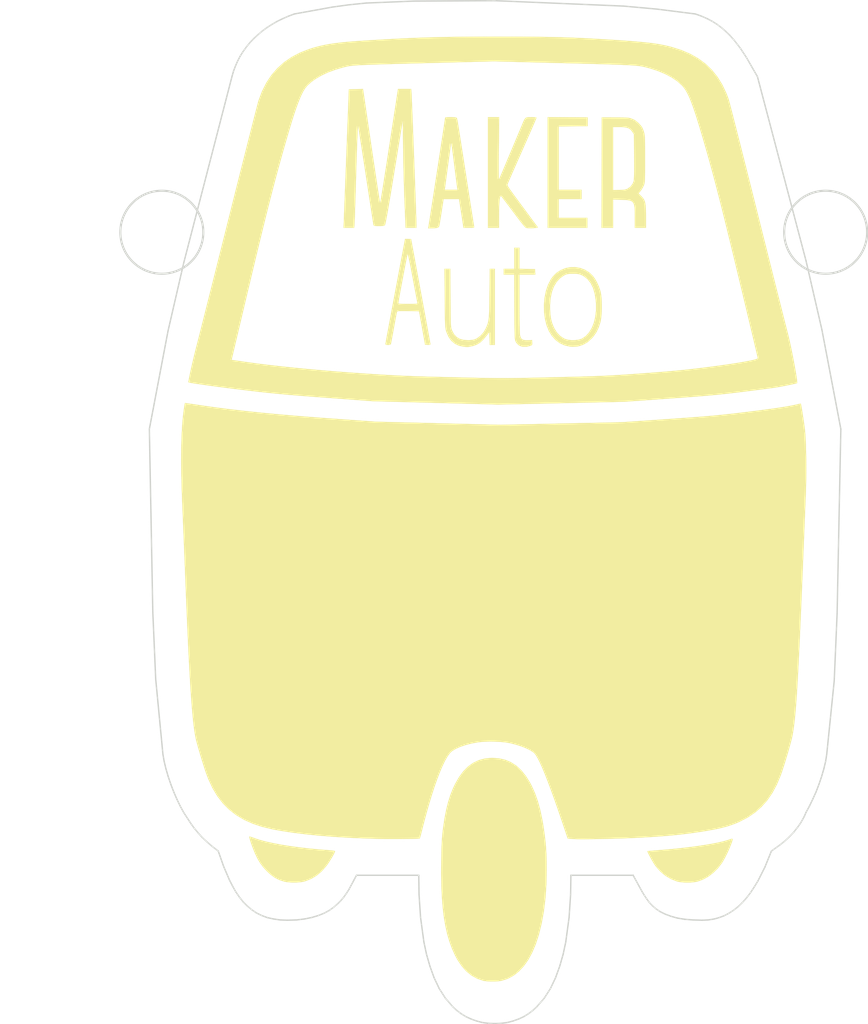
<source format=kicad_pcb>
(kicad_pcb (version 4) (host pcbnew 4.1.0-alpha+201608101232+7015~46~ubuntu16.04.1-product)

  (general
    (links 0)
    (no_connects 0)
    (area -23.951501 -38.584401 26.148501 35.445601)
    (thickness 1.6)
    (drawings 172)
    (tracks 0)
    (zones 0)
    (modules 2)
    (nets 1)
  )

  (page A4)
  (layers
    (0 F.Cu signal)
    (31 B.Cu signal)
    (32 B.Adhes user)
    (33 F.Adhes user)
    (34 B.Paste user)
    (35 F.Paste user)
    (36 B.SilkS user)
    (37 F.SilkS user)
    (38 B.Mask user)
    (39 F.Mask user)
    (40 Dwgs.User user)
    (41 Cmts.User user)
    (42 Eco1.User user)
    (43 Eco2.User user)
    (44 Edge.Cuts user)
    (45 Margin user)
    (46 B.CrtYd user)
    (47 F.CrtYd user)
    (48 B.Fab user)
    (49 F.Fab user)
  )

  (setup
    (last_trace_width 0.25)
    (trace_clearance 0.2)
    (zone_clearance 0.508)
    (zone_45_only no)
    (trace_min 0.2)
    (segment_width 0.2)
    (edge_width 0.15)
    (via_size 0.8)
    (via_drill 0.4)
    (via_min_size 0.4)
    (via_min_drill 0.3)
    (uvia_size 0.3)
    (uvia_drill 0.1)
    (uvias_allowed no)
    (uvia_min_size 0.2)
    (uvia_min_drill 0.1)
    (pcb_text_width 0.3)
    (pcb_text_size 1.5 1.5)
    (mod_edge_width 0.15)
    (mod_text_size 1 1)
    (mod_text_width 0.15)
    (pad_size 1.524 1.524)
    (pad_drill 0.762)
    (pad_to_mask_clearance 0.2)
    (aux_axis_origin 0 0)
    (visible_elements FFFFFF7F)
    (pcbplotparams
      (layerselection 0x00030_ffffffff)
      (usegerberextensions false)
      (excludeedgelayer true)
      (linewidth 0.050800)
      (plotframeref false)
      (viasonmask false)
      (mode 1)
      (useauxorigin false)
      (hpglpennumber 1)
      (hpglpenspeed 20)
      (hpglpendiameter 15)
      (psnegative false)
      (psa4output false)
      (plotreference true)
      (plotvalue true)
      (plotinvisibletext false)
      (padsonsilk false)
      (subtractmaskfromsilk false)
      (outputformat 1)
      (mirror false)
      (drillshape 1)
      (scaleselection 1)
      (outputdirectory ""))
  )

  (net 0 "")

  (net_class Default "This is the default net class."
    (clearance 0.2)
    (trace_width 0.25)
    (via_dia 0.8)
    (via_drill 0.4)
    (uvia_dia 0.3)
    (uvia_drill 0.1)
  )

  (module makerauto:ma_silk (layer F.Cu) (tedit 0) (tstamp 57AC5F50)
    (at -32.9 9.6)
    (fp_text reference G*** (at 0 0) (layer F.SilkS) hide
      (effects (font (thickness 0.3)))
    )
    (fp_text value LOGO (at 0.75 0) (layer F.SilkS) hide
      (effects (font (thickness 0.3)))
    )
  )

  (module makerauto:ma_silk (layer F.Cu) (tedit 0) (tstamp 57AC611D)
    (at 0 0)
    (fp_text reference G*** (at 0 0) (layer F.SilkS) hide
      (effects (font (thickness 0.3)))
    )
    (fp_text value LOGO (at 0.75 0) (layer F.SilkS) hide
      (effects (font (thickness 0.3)))
    )
    (fp_poly (pts (xy 0.386282 18.026084) (xy 0.837757 18.130563) (xy 1.254119 18.306943) (xy 1.637935 18.557062)
      (xy 1.991774 18.882758) (xy 2.318204 19.28587) (xy 2.619793 19.768238) (xy 2.764607 20.044833)
      (xy 2.99588 20.567051) (xy 3.19683 21.13964) (xy 3.369964 21.77132) (xy 3.517788 22.470808)
      (xy 3.598185 22.944666) (xy 3.675109 23.471456) (xy 3.73429 23.957858) (xy 3.777513 24.428048)
      (xy 3.806561 24.906203) (xy 3.823218 25.416499) (xy 3.82927 25.983113) (xy 3.829373 26.077333)
      (xy 3.807282 27.137758) (xy 3.74055 28.131505) (xy 3.628488 29.064259) (xy 3.470405 29.941705)
      (xy 3.265613 30.76953) (xy 3.256813 30.800393) (xy 3.036709 31.471476) (xy 2.781953 32.071093)
      (xy 2.493532 32.598022) (xy 2.172433 33.051043) (xy 1.819642 33.428934) (xy 1.436148 33.730474)
      (xy 1.022936 33.954444) (xy 0.592024 34.097046) (xy 0.365513 34.133757) (xy 0.09047 34.153396)
      (xy -0.202104 34.155912) (xy -0.481212 34.141258) (xy -0.715856 34.109383) (xy -0.762 34.099192)
      (xy -1.204684 33.948342) (xy -1.613698 33.719877) (xy -1.988897 33.413926) (xy -2.330138 33.030619)
      (xy -2.637277 32.570086) (xy -2.807161 32.252641) (xy -3.021514 31.775263) (xy -3.207947 31.266435)
      (xy -3.36729 30.720459) (xy -3.500377 30.131636) (xy -3.60804 29.494266) (xy -3.691112 28.802651)
      (xy -3.750425 28.051092) (xy -3.786811 27.233889) (xy -3.801104 26.345345) (xy -3.795838 25.484666)
      (xy -3.788367 25.039871) (xy -3.780231 24.666292) (xy -3.770708 24.350476) (xy -3.759077 24.078974)
      (xy -3.744616 23.838332) (xy -3.726604 23.6151) (xy -3.70432 23.395827) (xy -3.677041 23.167061)
      (xy -3.667551 23.092833) (xy -3.564257 22.392388) (xy -3.444107 21.764529) (xy -3.304142 21.198322)
      (xy -3.141404 20.682837) (xy -2.952935 20.207138) (xy -2.798607 19.881088) (xy -2.51204 19.379833)
      (xy -2.200331 18.958474) (xy -1.861135 18.615367) (xy -1.492107 18.348867) (xy -1.090899 18.157331)
      (xy -0.655167 18.039114) (xy -0.182563 17.992571) (xy -0.102873 17.991666) (xy 0.386282 18.026084)) (layer F.SilkS) (width 0.01))
    (fp_poly (pts (xy -17.631748 23.679818) (xy -17.526747 23.710713) (xy -17.38129 23.761218) (xy -17.311749 23.787233)
      (xy -16.942216 23.911354) (xy -16.496392 24.031852) (xy -15.982622 24.147374) (xy -15.40925 24.25657)
      (xy -14.784621 24.358088) (xy -14.11708 24.450577) (xy -13.414972 24.532686) (xy -12.686641 24.603062)
      (xy -11.940433 24.660355) (xy -11.90625 24.662625) (xy -11.722679 24.678594) (xy -11.578712 24.698586)
      (xy -11.491126 24.719852) (xy -11.472334 24.733679) (xy -11.494702 24.807388) (xy -11.555577 24.93494)
      (xy -11.645617 25.100326) (xy -11.755479 25.287542) (xy -11.875821 25.480579) (xy -11.997299 25.663433)
      (xy -12.092707 25.796547) (xy -12.42967 26.184138) (xy -12.804664 26.502073) (xy -13.211998 26.746439)
      (xy -13.645982 26.913321) (xy -13.758976 26.942713) (xy -13.997032 26.980923) (xy -14.284402 27.000085)
      (xy -14.588716 27.000256) (xy -14.877602 26.981491) (xy -15.118691 26.943846) (xy -15.13365 26.940334)
      (xy -15.495542 26.824507) (xy -15.827877 26.655046) (xy -16.148051 26.421607) (xy -16.404167 26.184814)
      (xy -16.665017 25.900967) (xy -16.884932 25.609229) (xy -17.077787 25.287773) (xy -17.257454 24.91477)
      (xy -17.346927 24.7015) (xy -17.437831 24.468225) (xy -17.52054 24.24121) (xy -17.590528 24.034529)
      (xy -17.64327 23.862253) (xy -17.674241 23.738458) (xy -17.678914 23.677215) (xy -17.677204 23.674425)
      (xy -17.631748 23.679818)) (layer F.SilkS) (width 0.01))
    (fp_poly (pts (xy 17.273936 23.88199) (xy 17.253753 23.982299) (xy 17.197425 24.148894) (xy 17.185097 24.182916)
      (xy 17.052389 24.518421) (xy 16.896394 24.865667) (xy 16.730092 25.198015) (xy 16.566467 25.48883)
      (xy 16.488588 25.612035) (xy 16.205551 25.97795) (xy 15.874747 26.303303) (xy 15.510398 26.577571)
      (xy 15.126726 26.790235) (xy 14.737953 26.930773) (xy 14.689666 26.942754) (xy 14.44021 26.983297)
      (xy 14.147153 27.002833) (xy 13.840383 27.001689) (xy 13.549789 26.980189) (xy 13.305258 26.938661)
      (xy 13.261701 26.927182) (xy 12.825329 26.759249) (xy 12.414944 26.515465) (xy 12.040566 26.203123)
      (xy 11.712213 25.829518) (xy 11.664347 25.764165) (xy 11.589398 25.650431) (xy 11.498958 25.500234)
      (xy 11.401637 25.329616) (xy 11.306045 25.154615) (xy 11.220791 24.991272) (xy 11.154484 24.855627)
      (xy 11.115734 24.763719) (xy 11.110498 24.732305) (xy 11.154083 24.725698) (xy 11.268989 24.714128)
      (xy 11.44209 24.698757) (xy 11.660263 24.680745) (xy 11.910383 24.661254) (xy 11.933231 24.659526)
      (xy 12.646243 24.600616) (xy 13.336701 24.533555) (xy 13.997362 24.459447) (xy 14.620982 24.379395)
      (xy 15.200318 24.294501) (xy 15.728129 24.205869) (xy 16.19717 24.114601) (xy 16.6002 24.021801)
      (xy 16.929974 23.928571) (xy 17.083413 23.875272) (xy 17.192188 23.838827) (xy 17.254555 23.837616)
      (xy 17.273936 23.88199)) (layer F.SilkS) (width 0.01))
    (fp_poly (pts (xy -22.287122 -7.650655) (xy -22.17182 -7.636442) (xy -21.99477 -7.612367) (xy -21.766938 -7.579957)
      (xy -21.499288 -7.540744) (xy -21.203748 -7.496402) (xy -20.208542 -7.353783) (xy -19.135742 -7.216127)
      (xy -17.98425 -7.083323) (xy -16.752965 -6.955259) (xy -15.44079 -6.831821) (xy -14.046624 -6.712897)
      (xy -12.569369 -6.598376) (xy -12.052204 -6.560724) (xy -8.530167 -6.308301) (xy -4.042834 -6.195749)
      (xy 0.4445 -6.083198) (xy 9.292166 -6.270556) (xy 12.6365 -6.501614) (xy 13.293747 -6.547324)
      (xy 13.876721 -6.588642) (xy 14.39565 -6.626476) (xy 14.860762 -6.661738) (xy 15.282283 -6.695336)
      (xy 15.670442 -6.728182) (xy 16.035466 -6.761185) (xy 16.387582 -6.795254) (xy 16.737019 -6.8313)
      (xy 17.094004 -6.870233) (xy 17.468764 -6.912963) (xy 17.871527 -6.960399) (xy 18.0975 -6.987478)
      (xy 18.888825 -7.084853) (xy 19.597068 -7.176453) (xy 20.22201 -7.262244) (xy 20.763429 -7.342195)
      (xy 21.221108 -7.416271) (xy 21.594826 -7.484441) (xy 21.884363 -7.546671) (xy 21.943933 -7.56139)
      (xy 22.076752 -7.592848) (xy 22.171711 -7.610705) (xy 22.204879 -7.61179) (xy 22.218683 -7.563814)
      (xy 22.24204 -7.445902) (xy 22.272759 -7.271965) (xy 22.308653 -7.055916) (xy 22.347532 -6.811667)
      (xy 22.387208 -6.553129) (xy 22.425492 -6.294216) (xy 22.460196 -6.048838) (xy 22.48913 -5.830909)
      (xy 22.503291 -5.715) (xy 22.528775 -5.440869) (xy 22.550598 -5.094745) (xy 22.56858 -4.689233)
      (xy 22.582539 -4.236936) (xy 22.592295 -3.750457) (xy 22.597667 -3.2424) (xy 22.598475 -2.725368)
      (xy 22.594539 -2.211965) (xy 22.585677 -1.714793) (xy 22.571708 -1.246456) (xy 22.568527 -1.163411)
      (xy 22.512759 0.23535) (xy 22.459937 1.552321) (xy 22.409907 2.790323) (xy 22.362514 3.952176)
      (xy 22.317603 5.040701) (xy 22.275019 6.058718) (xy 22.234609 7.009046) (xy 22.196217 7.894508)
      (xy 22.159688 8.717922) (xy 22.124869 9.48211) (xy 22.091603 10.189891) (xy 22.059738 10.844086)
      (xy 22.029118 11.447516) (xy 21.999588 12.003) (xy 21.970993 12.513359) (xy 21.94318 12.981414)
      (xy 21.915993 13.409984) (xy 21.889278 13.80189) (xy 21.86288 14.159953) (xy 21.836644 14.486993)
      (xy 21.810417 14.78583) (xy 21.784042 15.059284) (xy 21.757366 15.310176) (xy 21.730234 15.541326)
      (xy 21.70249 15.755555) (xy 21.673982 15.955682) (xy 21.644553 16.144529) (xy 21.614049 16.324915)
      (xy 21.60752 16.361833) (xy 21.571716 16.529578) (xy 21.513508 16.763038) (xy 21.437215 17.047585)
      (xy 21.34715 17.368594) (xy 21.247632 17.71144) (xy 21.142975 18.061495) (xy 21.037497 18.404133)
      (xy 20.935514 18.72473) (xy 20.841343 19.008658) (xy 20.759298 19.241292) (xy 20.751742 19.261666)
      (xy 20.468572 19.933856) (xy 20.145793 20.533628) (xy 19.779176 21.065485) (xy 19.364492 21.533929)
      (xy 18.897511 21.943463) (xy 18.374003 22.29859) (xy 17.78974 22.603811) (xy 17.492501 22.731486)
      (xy 17.167995 22.85361) (xy 16.835386 22.959831) (xy 16.475964 23.055067) (xy 16.071021 23.144233)
      (xy 15.601847 23.232247) (xy 15.5575 23.239989) (xy 14.901816 23.347663) (xy 14.246421 23.442198)
      (xy 13.578632 23.524829) (xy 12.885769 23.596792) (xy 12.155148 23.65932) (xy 11.374089 23.713649)
      (xy 10.529909 23.761012) (xy 9.906 23.790191) (xy 9.491227 23.80682) (xy 9.05244 23.821891)
      (xy 8.600287 23.835232) (xy 8.145415 23.846669) (xy 7.698473 23.856032) (xy 7.27011 23.863149)
      (xy 6.870974 23.867846) (xy 6.511713 23.869953) (xy 6.202975 23.869297) (xy 5.955409 23.865706)
      (xy 5.779663 23.859008) (xy 5.754028 23.857277) (xy 5.348556 23.826856) (xy 4.953308 22.655511)
      (xy 4.65955 21.794652) (xy 4.386702 21.015271) (xy 4.134556 20.316855) (xy 3.902902 19.69889)
      (xy 3.691531 19.160864) (xy 3.500232 18.702265) (xy 3.328798 18.32258) (xy 3.177017 18.021296)
      (xy 3.044682 17.7979) (xy 2.931581 17.65188) (xy 2.895306 17.617967) (xy 2.665915 17.462012)
      (xy 2.36488 17.309583) (xy 2.005209 17.165892) (xy 1.599908 17.036147) (xy 1.172392 16.927862)
      (xy 0.868871 16.875981) (xy 0.506753 16.838935) (xy 0.110914 16.817401) (xy -0.293767 16.812058)
      (xy -0.682414 16.823584) (xy -1.030149 16.852659) (xy -1.124907 16.865217) (xy -1.599317 16.951873)
      (xy -2.042046 17.066117) (xy -2.439706 17.203382) (xy -2.778906 17.3591) (xy -3.026834 17.513989)
      (xy -3.180939 17.665385) (xy -3.346431 17.896996) (xy -3.521988 18.205328) (xy -3.706291 18.586887)
      (xy -3.898021 19.03818) (xy -4.095857 19.555714) (xy -4.298479 20.135995) (xy -4.504569 20.775529)
      (xy -4.712805 21.470824) (xy -4.921868 22.218386) (xy -5.130439 23.01472) (xy -5.181169 23.216284)
      (xy -5.234955 23.426848) (xy -5.283225 23.606908) (xy -5.321659 23.741005) (xy -5.34594 23.813676)
      (xy -5.350283 23.821726) (xy -5.397884 23.828715) (xy -5.518658 23.835235) (xy -5.701111 23.841167)
      (xy -5.933751 23.84639) (xy -6.205085 23.850785) (xy -6.50362 23.854233) (xy -6.817862 23.856612)
      (xy -7.136318 23.857804) (xy -7.447496 23.857688) (xy -7.739902 23.856145) (xy -8.002043 23.853056)
      (xy -8.128 23.850679) (xy -9.327168 23.815386) (xy -10.479077 23.763731) (xy -11.578416 23.696183)
      (xy -12.619873 23.613207) (xy -13.598138 23.515273) (xy -14.5079 23.402848) (xy -15.343846 23.276399)
      (xy -15.992023 23.158315) (xy -16.751288 22.976507) (xy -17.443246 22.744897) (xy -18.070755 22.461073)
      (xy -18.636667 22.122623) (xy -19.143839 21.727136) (xy -19.595126 21.2722) (xy -19.993383 20.755403)
      (xy -20.341466 20.174333) (xy -20.642228 19.52658) (xy -20.805461 19.092528) (xy -20.893385 18.831122)
      (xy -20.991547 18.526466) (xy -21.095136 18.194722) (xy -21.19934 17.852052) (xy -21.299347 17.514616)
      (xy -21.390345 17.198577) (xy -21.467521 16.920095) (xy -21.526066 16.695331) (xy -21.551856 16.585661)
      (xy -21.600484 16.33682) (xy -21.647964 16.039914) (xy -21.694462 15.692437) (xy -21.740147 15.291884)
      (xy -21.785187 14.835751) (xy -21.82975 14.321533) (xy -21.874004 13.746725) (xy -21.918118 13.108822)
      (xy -21.962258 12.40532) (xy -22.006593 11.633714) (xy -22.051291 10.791498) (xy -22.09652 9.876169)
      (xy -22.142448 8.885221) (xy -22.189242 7.816149) (xy -22.237072 6.666449) (xy -22.266741 5.926666)
      (xy -22.292605 5.275188) (xy -22.319191 4.608898) (xy -22.346098 3.937673) (xy -22.372926 3.271391)
      (xy -22.399271 2.61993) (xy -22.424734 1.993168) (xy -22.448913 1.400982) (xy -22.471406 0.853252)
      (xy -22.491812 0.359854) (xy -22.509729 -0.069333) (xy -22.524757 -0.424432) (xy -22.525616 -0.4445)
      (xy -22.566791 -1.557611) (xy -22.591946 -2.596845) (xy -22.601107 -3.560915) (xy -22.594299 -4.448533)
      (xy -22.571548 -5.258413) (xy -22.532879 -5.989268) (xy -22.478317 -6.63981) (xy -22.407888 -7.208752)
      (xy -22.390133 -7.323667) (xy -22.364627 -7.476728) (xy -22.343559 -7.592916) (xy -22.330848 -7.650839)
      (xy -22.329715 -7.653475) (xy -22.287122 -7.650655)) (layer F.SilkS) (width 0.01))
    (fp_poly (pts (xy 1.134647 -34.137067) (xy 1.898699 -34.134777) (xy 2.598882 -34.130611) (xy 3.245591 -34.124282)
      (xy 3.84922 -34.1155) (xy 4.420163 -34.103977) (xy 4.968814 -34.089426) (xy 5.505568 -34.071559)
      (xy 6.040819 -34.050087) (xy 6.58496 -34.024722) (xy 7.148386 -33.995176) (xy 7.741492 -33.96116)
      (xy 8.374671 -33.922388) (xy 8.614833 -33.907184) (xy 9.270176 -33.863885) (xy 9.849318 -33.82212)
      (xy 10.36069 -33.78087) (xy 10.812717 -33.739115) (xy 11.21383 -33.695836) (xy 11.572457 -33.650015)
      (xy 11.897025 -33.600632) (xy 12.195962 -33.546669) (xy 12.477698 -33.487105) (xy 12.750661 -33.420923)
      (xy 12.848166 -33.395345) (xy 13.561923 -33.170374) (xy 14.209384 -32.893693) (xy 14.792865 -32.563206)
      (xy 15.314678 -32.176813) (xy 15.777138 -31.732418) (xy 16.182558 -31.227923) (xy 16.533252 -30.66123)
      (xy 16.831534 -30.030242) (xy 16.974272 -29.6545) (xy 16.998184 -29.57457) (xy 17.041461 -29.416745)
      (xy 17.103017 -29.185291) (xy 17.181765 -28.884473) (xy 17.27662 -28.518557) (xy 17.386494 -28.091806)
      (xy 17.510301 -27.608488) (xy 17.646955 -27.072865) (xy 17.795369 -26.489205) (xy 17.954457 -25.861772)
      (xy 18.123131 -25.194831) (xy 18.300307 -24.492646) (xy 18.484896 -23.759485) (xy 18.675814 -22.999611)
      (xy 18.871972 -22.217289) (xy 19.050148 -21.505334) (xy 19.252428 -20.696649) (xy 19.45164 -19.900846)
      (xy 19.646602 -19.122618) (xy 19.836132 -18.366659) (xy 20.019049 -17.637665) (xy 20.194171 -16.940329)
      (xy 20.360315 -16.279347) (xy 20.516301 -15.659412) (xy 20.660947 -15.085219) (xy 20.793071 -14.561463)
      (xy 20.911492 -14.092837) (xy 21.015027 -13.684037) (xy 21.102495 -13.339757) (xy 21.172714 -13.06469)
      (xy 21.224503 -12.863532) (xy 21.250668 -12.7635) (xy 21.312198 -12.519577) (xy 21.379215 -12.233116)
      (xy 21.449854 -11.914063) (xy 21.522247 -11.572365) (xy 21.594526 -11.217967) (xy 21.664824 -10.860814)
      (xy 21.731274 -10.510852) (xy 21.792008 -10.178027) (xy 21.84516 -9.872284) (xy 21.888861 -9.603569)
      (xy 21.921245 -9.381828) (xy 21.940443 -9.217006) (xy 21.94459 -9.119049) (xy 21.939153 -9.096579)
      (xy 21.886126 -9.076615) (xy 21.763371 -9.044703) (xy 21.584521 -9.003713) (xy 21.363209 -8.956514)
      (xy 21.113066 -8.905974) (xy 20.847727 -8.854963) (xy 20.580822 -8.80635) (xy 20.461863 -8.785683)
      (xy 20.341029 -8.767025) (xy 20.146378 -8.739444) (xy 19.888133 -8.704286) (xy 19.576518 -8.662898)
      (xy 19.221757 -8.616625) (xy 18.834074 -8.566812) (xy 18.423693 -8.514806) (xy 18.027696 -8.465286)
      (xy 17.615013 -8.414516) (xy 17.235071 -8.369025) (xy 16.877552 -8.327866) (xy 16.532141 -8.290094)
      (xy 16.188522 -8.254763) (xy 15.836379 -8.220927) (xy 15.465396 -8.18764) (xy 15.065258 -8.153958)
      (xy 14.625648 -8.118933) (xy 14.136251 -8.081622) (xy 13.58675 -8.041076) (xy 12.96683 -7.996352)
      (xy 12.721702 -7.978851) (xy 9.462571 -7.746678) (xy 4.868868 -7.64119) (xy 4.252525 -7.627091)
      (xy 3.660092 -7.613644) (xy 3.097042 -7.60097) (xy 2.568847 -7.589185) (xy 2.080978 -7.578409)
      (xy 1.638909 -7.56876) (xy 1.24811 -7.560356) (xy 0.914053 -7.553317) (xy 0.642212 -7.54776)
      (xy 0.438057 -7.543804) (xy 0.307062 -7.541568) (xy 0.254697 -7.54117) (xy 0.254 -7.541235)
      (xy 0.209683 -7.543082) (xy 0.086265 -7.546995) (xy -0.110716 -7.55282) (xy -0.375726 -7.560406)
      (xy -0.703225 -7.569599) (xy -1.08768 -7.580248) (xy -1.523551 -7.592199) (xy -2.005303 -7.6053)
      (xy -2.527399 -7.619399) (xy -3.084302 -7.634343) (xy -3.670476 -7.649979) (xy -4.2545 -7.66547)
      (xy -8.741834 -7.784172) (xy -12.170834 -8.040102) (xy -12.868265 -8.092572) (xy -13.49218 -8.140517)
      (xy -14.053546 -8.184953) (xy -14.563331 -8.226896) (xy -15.032506 -8.267362) (xy -15.472037 -8.307366)
      (xy -15.892892 -8.347925) (xy -16.306042 -8.390054) (xy -16.722452 -8.43477) (xy -17.153093 -8.483087)
      (xy -17.608933 -8.536023) (xy -17.907 -8.571366) (xy -18.404204 -8.63153) (xy -18.898388 -8.692894)
      (xy -19.382282 -8.754445) (xy -19.848617 -8.815173) (xy -20.290125 -8.874067) (xy -20.699536 -8.930113)
      (xy -21.069582 -8.982302) (xy -21.392994 -9.02962) (xy -21.662502 -9.071057) (xy -21.870838 -9.105601)
      (xy -22.010734 -9.13224) (xy -22.074919 -9.149963) (xy -22.07756 -9.151782) (xy -22.07694 -9.200307)
      (xy -22.058256 -9.32049) (xy -22.023852 -9.501818) (xy -21.976069 -9.733776) (xy -21.91725 -10.005852)
      (xy -21.849737 -10.307532) (xy -21.775872 -10.628303) (xy -21.741462 -10.773834) (xy -18.953157 -10.773834)
      (xy -17.869162 -10.617434) (xy -17.136346 -10.517209) (xy -16.329061 -10.416935) (xy -15.4575 -10.317605)
      (xy -14.531854 -10.220214) (xy -13.562314 -10.125756) (xy -12.559073 -10.035225) (xy -11.532322 -9.949615)
      (xy -10.492253 -9.869921) (xy -9.482667 -9.799367) (xy -8.89216 -9.760479) (xy -8.361584 -9.726519)
      (xy -7.878111 -9.69692) (xy -7.428911 -9.671117) (xy -7.001155 -9.648547) (xy -6.582013 -9.628645)
      (xy -6.158657 -9.610845) (xy -5.718255 -9.594583) (xy -5.24798 -9.579295) (xy -4.735001 -9.564415)
      (xy -4.16649 -9.549379) (xy -3.529616 -9.533623) (xy -3.344334 -9.529173) (xy -2.683447 -9.513334)
      (xy -2.098001 -9.49935) (xy -1.578791 -9.487216) (xy -1.116613 -9.476927) (xy -0.702262 -9.468478)
      (xy -0.326531 -9.461864) (xy 0.019782 -9.457081) (xy 0.345884 -9.454123) (xy 0.66098 -9.452986)
      (xy 0.974274 -9.453666) (xy 1.294971 -9.456156) (xy 1.632276 -9.460453) (xy 1.995395 -9.466552)
      (xy 2.393532 -9.474447) (xy 2.835892 -9.484134) (xy 3.33168 -9.495608) (xy 3.890101 -9.508865)
      (xy 4.52036 -9.523899) (xy 4.567718 -9.525025) (xy 5.218947 -9.54067) (xy 5.795693 -9.555011)
      (xy 6.308121 -9.568503) (xy 6.766399 -9.581599) (xy 7.180691 -9.594752) (xy 7.561163 -9.608415)
      (xy 7.917981 -9.623043) (xy 8.26131 -9.639089) (xy 8.601317 -9.657006) (xy 8.948166 -9.677247)
      (xy 9.312024 -9.700266) (xy 9.703057 -9.726517) (xy 10.131429 -9.756452) (xy 10.607307 -9.790526)
      (xy 10.748384 -9.800721) (xy 11.392023 -9.848026) (xy 11.964602 -9.891848) (xy 12.479595 -9.933455)
      (xy 12.950476 -9.974118) (xy 13.390719 -10.015106) (xy 13.813796 -10.057689) (xy 14.233182 -10.103136)
      (xy 14.662351 -10.152717) (xy 15.114776 -10.207702) (xy 15.261166 -10.225956) (xy 15.884631 -10.306113)
      (xy 16.466181 -10.384895) (xy 17.001395 -10.461531) (xy 17.48585 -10.535254) (xy 17.915124 -10.605294)
      (xy 18.284794 -10.670882) (xy 18.59044 -10.731248) (xy 18.827637 -10.785624) (xy 18.991965 -10.833239)
      (xy 19.079001 -10.873325) (xy 19.092333 -10.89237) (xy 19.082643 -10.940024) (xy 19.054545 -11.063879)
      (xy 19.0095 -11.257835) (xy 18.948967 -11.51579) (xy 18.874406 -11.831643) (xy 18.787277 -12.199292)
      (xy 18.68904 -12.612636) (xy 18.581154 -13.065575) (xy 18.465079 -13.552007) (xy 18.342274 -14.06583)
      (xy 18.214201 -14.600944) (xy 18.082317 -15.151246) (xy 17.948084 -15.710637) (xy 17.812961 -16.273014)
      (xy 17.678407 -16.832277) (xy 17.545883 -17.382324) (xy 17.416847 -17.917054) (xy 17.292761 -18.430366)
      (xy 17.175084 -18.916158) (xy 17.065275 -19.36833) (xy 17.013956 -19.579167) (xy 16.776402 -20.548761)
      (xy 16.553832 -21.4453) (xy 16.343684 -22.278558) (xy 16.143393 -23.058311) (xy 15.950398 -23.794332)
      (xy 15.762134 -24.496394) (xy 15.576039 -25.174272) (xy 15.38955 -25.837741) (xy 15.200103 -26.496573)
      (xy 15.198913 -26.500667) (xy 15.005173 -27.160939) (xy 14.829729 -27.744695) (xy 14.670392 -28.257573)
      (xy 14.524975 -28.705207) (xy 14.39129 -29.093235) (xy 14.267148 -29.427291) (xy 14.15036 -29.713013)
      (xy 14.03874 -29.956037) (xy 13.930099 -30.161997) (xy 13.822247 -30.336532) (xy 13.712999 -30.485276)
      (xy 13.603229 -30.610661) (xy 13.271451 -30.907407) (xy 12.86534 -31.183125) (xy 12.39355 -31.433571)
      (xy 11.864735 -31.654502) (xy 11.287548 -31.841675) (xy 10.881706 -31.945251) (xy 10.791294 -31.965072)
      (xy 10.697745 -31.983273) (xy 10.596516 -32.000055) (xy 10.483061 -32.015623) (xy 10.352838 -32.030178)
      (xy 10.201301 -32.043924) (xy 10.023908 -32.057063) (xy 9.816113 -32.069797) (xy 9.573373 -32.08233)
      (xy 9.291144 -32.094865) (xy 8.964881 -32.107603) (xy 8.59004 -32.120748) (xy 8.162078 -32.134502)
      (xy 7.67645 -32.149069) (xy 7.128612 -32.16465) (xy 6.51402 -32.181448) (xy 5.82813 -32.199667)
      (xy 5.066398 -32.219509) (xy 4.280057 -32.239747) (xy -0.012385 -32.349786) (xy -3.382276 -32.261175)
      (xy -4.269957 -32.23786) (xy -5.077224 -32.216652) (xy -5.808296 -32.197347) (xy -6.467395 -32.179742)
      (xy -7.058739 -32.163631) (xy -7.586551 -32.148813) (xy -8.055049 -32.135082) (xy -8.468455 -32.122235)
      (xy -8.830989 -32.110069) (xy -9.146871 -32.098378) (xy -9.420322 -32.086961) (xy -9.655561 -32.075612)
      (xy -9.85681 -32.064129) (xy -10.028289 -32.052307) (xy -10.174218 -32.039942) (xy -10.298817 -32.026831)
      (xy -10.406308 -32.01277) (xy -10.500909 -31.997555) (xy -10.586842 -31.980982) (xy -10.668327 -31.962848)
      (xy -10.749585 -31.942949) (xy -10.834835 -31.921081) (xy -10.928298 -31.89704) (xy -10.929458 -31.896745)
      (xy -11.463624 -31.740273) (xy -11.966357 -31.552565) (xy -12.42845 -31.338744) (xy -12.840696 -31.103936)
      (xy -13.193886 -30.853265) (xy -13.478815 -30.591856) (xy -13.647744 -30.383805) (xy -13.781168 -30.162883)
      (xy -13.923368 -29.87405) (xy -14.075304 -29.514747) (xy -14.237935 -29.082415) (xy -14.412223 -28.574495)
      (xy -14.599126 -27.988428) (xy -14.799605 -27.321655) (xy -14.81068 -27.283834) (xy -14.962279 -26.763248)
      (xy -15.107744 -26.258676) (xy -15.248437 -25.764772) (xy -15.385722 -25.276188) (xy -15.520961 -24.787578)
      (xy -15.655517 -24.293594) (xy -15.790754 -23.788889) (xy -15.928033 -23.268117) (xy -16.068719 -22.725929)
      (xy -16.214173 -22.156979) (xy -16.365759 -21.555921) (xy -16.524839 -20.917406) (xy -16.692778 -20.236088)
      (xy -16.870936 -19.50662) (xy -17.060678 -18.723654) (xy -17.263366 -17.881844) (xy -17.480362 -16.975843)
      (xy -17.713031 -16.000303) (xy -17.962735 -14.949877) (xy -18.074697 -14.478) (xy -18.953157 -10.773834)
      (xy -21.741462 -10.773834) (xy -21.697998 -10.957652) (xy -21.618456 -11.285065) (xy -21.539589 -11.600029)
      (xy -21.485113 -11.811) (xy -21.446007 -11.962056) (xy -21.387522 -12.190608) (xy -21.310826 -12.492019)
      (xy -21.217088 -12.861648) (xy -21.107475 -13.294858) (xy -20.983156 -13.787009) (xy -20.8453 -14.333463)
      (xy -20.695075 -14.929581) (xy -20.53365 -15.570725) (xy -20.362192 -16.252255) (xy -20.18187 -16.969533)
      (xy -19.993853 -17.717919) (xy -19.799309 -18.492776) (xy -19.599406 -19.289465) (xy -19.395313 -20.103346)
      (xy -19.188199 -20.929781) (xy -19.171275 -20.997334) (xy -18.966682 -21.813456) (xy -18.766464 -22.611064)
      (xy -18.571681 -23.385982) (xy -18.383392 -24.134032) (xy -18.202656 -24.851037) (xy -18.030535 -25.53282)
      (xy -17.868086 -26.175205) (xy -17.71637 -26.774015) (xy -17.576447 -27.325072) (xy -17.449375 -27.8242)
      (xy -17.336216 -28.267223) (xy -17.238028 -28.649962) (xy -17.155871 -28.968242) (xy -17.090804 -29.217885)
      (xy -17.043888 -29.394714) (xy -17.016183 -29.494553) (xy -17.012592 -29.506334) (xy -16.758324 -30.185672)
      (xy -16.446377 -30.803272) (xy -16.076072 -31.35979) (xy -15.646728 -31.85588) (xy -15.157668 -32.292196)
      (xy -14.608211 -32.669396) (xy -13.99768 -32.988132) (xy -13.325393 -33.249062) (xy -13.041223 -33.336765)
      (xy -12.764354 -33.413176) (xy -12.490704 -33.481186) (xy -12.211916 -33.541834) (xy -11.919634 -33.596155)
      (xy -11.605501 -33.645188) (xy -11.261158 -33.689969) (xy -10.87825 -33.731535) (xy -10.448418 -33.770924)
      (xy -9.963306 -33.809173) (xy -9.414556 -33.847318) (xy -8.793812 -33.886397) (xy -8.4455 -33.907099)
      (xy -7.715963 -33.948738) (xy -7.034117 -33.985303) (xy -6.388683 -34.017091) (xy -5.768383 -34.0444)
      (xy -5.161939 -34.067526) (xy -4.558071 -34.086769) (xy -3.945502 -34.102426) (xy -3.312952 -34.114793)
      (xy -2.649143 -34.124169) (xy -1.942797 -34.130851) (xy -1.182635 -34.135138) (xy -0.357378 -34.137325)
      (xy 0.296333 -34.137768) (xy 1.134647 -34.137067)) (layer F.SilkS) (width 0.01))
    (fp_poly (pts (xy -3.123933 -15.250584) (xy -3.121065 -14.774396) (xy -3.118318 -14.375125) (xy -3.115323 -14.045019)
      (xy -3.11171 -13.77633) (xy -3.107108 -13.561308) (xy -3.101146 -13.392203) (xy -3.093454 -13.261266)
      (xy -3.083662 -13.160748) (xy -3.071399 -13.082898) (xy -3.056295 -13.019967) (xy -3.037979 -12.964206)
      (xy -3.01608 -12.907866) (xy -3.011391 -12.896224) (xy -2.869345 -12.628312) (xy -2.683681 -12.427215)
      (xy -2.449527 -12.290231) (xy -2.162009 -12.214656) (xy -1.816257 -12.197787) (xy -1.756802 -12.200271)
      (xy -1.556006 -12.216669) (xy -1.40836 -12.24603) (xy -1.28251 -12.296054) (xy -1.213892 -12.333597)
      (xy -0.930845 -12.544599) (xy -0.707091 -12.813275) (xy -0.591932 -13.019042) (xy -0.53062 -13.150618)
      (xy -0.479478 -13.271801) (xy -0.437491 -13.391758) (xy -0.403646 -13.519659) (xy -0.376928 -13.664674)
      (xy -0.356323 -13.835971) (xy -0.340816 -14.04272) (xy -0.329393 -14.29409) (xy -0.321041 -14.59925)
      (xy -0.314743 -14.96737) (xy -0.309487 -15.407619) (xy -0.307617 -15.58925) (xy -0.289826 -17.356667)
      (xy 0.084666 -17.356667) (xy 0.084666 -11.853334) (xy -0.293561 -11.853334) (xy -0.305531 -12.319765)
      (xy -0.3175 -12.786196) (xy -0.543452 -12.489724) (xy -0.767161 -12.22166) (xy -0.984589 -12.022188)
      (xy -1.215598 -11.87937) (xy -1.48005 -11.781269) (xy -1.79781 -11.715946) (xy -1.8415 -11.709598)
      (xy -1.928565 -11.707744) (xy -2.065388 -11.715296) (xy -2.180167 -11.726135) (xy -2.524953 -11.800659)
      (xy -2.820119 -11.942316) (xy -3.067003 -12.152336) (xy -3.266941 -12.431948) (xy -3.421273 -12.782378)
      (xy -3.45855 -12.900373) (xy -3.475101 -12.966266) (xy -3.489134 -13.046199) (xy -3.500929 -13.147779)
      (xy -3.510769 -13.278616) (xy -3.518937 -13.446317) (xy -3.525714 -13.65849) (xy -3.531383 -13.922744)
      (xy -3.536225 -14.246688) (xy -3.540523 -14.637929) (xy -3.544558 -15.104076) (xy -3.545691 -15.250584)
      (xy -3.561655 -17.356667) (xy -3.136366 -17.356667) (xy -3.123933 -15.250584)) (layer F.SilkS) (width 0.01))
    (fp_poly (pts (xy 1.862666 -17.359125) (xy 2.423583 -17.347313) (xy 2.9845 -17.3355) (xy 2.997402 -17.134417)
      (xy 3.010305 -16.933334) (xy 1.862666 -16.933334) (xy 1.862902 -14.806084) (xy 1.863903 -14.262647)
      (xy 1.866742 -13.78705) (xy 1.871363 -13.382043) (xy 1.877715 -13.050375) (xy 1.885741 -12.794795)
      (xy 1.895388 -12.618055) (xy 1.906602 -12.522902) (xy 1.907984 -12.517335) (xy 1.963509 -12.36423)
      (xy 2.03942 -12.266481) (xy 2.15322 -12.213675) (xy 2.322414 -12.195395) (xy 2.447435 -12.196345)
      (xy 2.772833 -12.206061) (xy 2.785905 -12.028577) (xy 2.788493 -11.913572) (xy 2.762367 -11.850504)
      (xy 2.690194 -11.807412) (xy 2.658905 -11.794383) (xy 2.3747 -11.720455) (xy 2.088773 -11.72268)
      (xy 2.061007 -11.727237) (xy 1.843923 -11.805206) (xy 1.674008 -11.953225) (xy 1.5875 -12.088899)
      (xy 1.569202 -12.127889) (xy 1.553686 -12.171723) (xy 1.540678 -12.22746) (xy 1.529906 -12.302156)
      (xy 1.521097 -12.40287) (xy 1.513976 -12.53666) (xy 1.508272 -12.710583) (xy 1.503711 -12.931697)
      (xy 1.50002 -13.20706) (xy 1.496925 -13.54373) (xy 1.494155 -13.948765) (xy 1.491436 -14.429223)
      (xy 1.490562 -14.594417) (xy 1.47829 -16.933334) (xy 0.719666 -16.933334) (xy 0.719666 -17.356667)
      (xy 1.481666 -17.356667) (xy 1.481666 -18.880667) (xy 1.862666 -18.880667) (xy 1.862666 -17.359125)) (layer F.SilkS) (width 0.01))
    (fp_poly (pts (xy 6.255568 -17.416183) (xy 6.597195 -17.286476) (xy 6.910701 -17.089425) (xy 7.154949 -16.859087)
      (xy 7.31654 -16.640105) (xy 7.472327 -16.365371) (xy 7.608374 -16.063409) (xy 7.710748 -15.762741)
      (xy 7.733181 -15.675478) (xy 7.773553 -15.438105) (xy 7.800231 -15.143724) (xy 7.813411 -14.814177)
      (xy 7.813287 -14.471308) (xy 7.800053 -14.136959) (xy 7.773904 -13.832971) (xy 7.735035 -13.581188)
      (xy 7.713742 -13.491807) (xy 7.5826 -13.097205) (xy 7.420367 -12.763125) (xy 7.215267 -12.467657)
      (xy 7.081606 -12.315449) (xy 6.77576 -12.044748) (xy 6.445004 -11.854928) (xy 6.088762 -11.74578)
      (xy 5.706458 -11.717089) (xy 5.500698 -11.733441) (xy 5.113531 -11.823213) (xy 4.764836 -11.986071)
      (xy 4.457413 -12.21832) (xy 4.19406 -12.516263) (xy 3.977575 -12.876204) (xy 3.810757 -13.294445)
      (xy 3.696404 -13.767289) (xy 3.644322 -14.18567) (xy 3.630455 -14.734142) (xy 4.073385 -14.734142)
      (xy 4.077311 -14.393334) (xy 4.101349 -14.039261) (xy 4.143184 -13.743517) (xy 4.208623 -13.480619)
      (xy 4.303471 -13.225081) (xy 4.382808 -13.052569) (xy 4.568242 -12.753706) (xy 4.802571 -12.507226)
      (xy 5.07259 -12.325992) (xy 5.177451 -12.278618) (xy 5.38667 -12.22349) (xy 5.637855 -12.198703)
      (xy 5.901926 -12.203411) (xy 6.149806 -12.236766) (xy 6.352415 -12.29792) (xy 6.38578 -12.313845)
      (xy 6.660139 -12.503195) (xy 6.895469 -12.761584) (xy 7.089122 -13.081599) (xy 7.238452 -13.45583)
      (xy 7.340812 -13.876863) (xy 7.393554 -14.337286) (xy 7.394031 -14.829687) (xy 7.374248 -15.081698)
      (xy 7.297832 -15.564) (xy 7.175954 -15.976012) (xy 7.00768 -16.319458) (xy 6.792074 -16.596062)
      (xy 6.5282 -16.807546) (xy 6.398323 -16.879551) (xy 6.276052 -16.935037) (xy 6.166123 -16.969778)
      (xy 6.04195 -16.988481) (xy 5.876948 -16.995854) (xy 5.736166 -16.996801) (xy 5.53189 -16.994328)
      (xy 5.386972 -16.983969) (xy 5.27617 -16.961254) (xy 5.174245 -16.921717) (xy 5.099234 -16.884055)
      (xy 4.801865 -16.680012) (xy 4.553006 -16.40927) (xy 4.354195 -16.075572) (xy 4.206964 -15.682657)
      (xy 4.112849 -15.234267) (xy 4.073385 -14.734142) (xy 3.630455 -14.734142) (xy 3.630421 -14.73547)
      (xy 3.673693 -15.260486) (xy 3.771739 -15.750697) (xy 3.922159 -16.196084) (xy 4.122553 -16.586624)
      (xy 4.269202 -16.794763) (xy 4.534329 -17.063658) (xy 4.841399 -17.26677) (xy 5.178736 -17.403839)
      (xy 5.534661 -17.474604) (xy 5.897498 -17.478806) (xy 6.255568 -17.416183)) (layer F.SilkS) (width 0.01))
    (fp_poly (pts (xy -6.067047 -19.512059) (xy -5.98638 -19.50306) (xy -5.969 -19.495138) (xy -5.961458 -19.451432)
      (xy -5.939557 -19.33038) (xy -5.904383 -19.137879) (xy -5.857025 -18.879829) (xy -5.798569 -18.562128)
      (xy -5.730103 -18.190674) (xy -5.652713 -17.771367) (xy -5.567489 -17.310105) (xy -5.475515 -16.812786)
      (xy -5.377881 -16.28531) (xy -5.275673 -15.733575) (xy -5.2705 -15.705667) (xy -5.168026 -15.152265)
      (xy -5.070079 -14.622381) (xy -4.977747 -14.121963) (xy -4.892122 -13.656959) (xy -4.814291 -13.233315)
      (xy -4.745345 -12.856979) (xy -4.686373 -12.533897) (xy -4.638464 -12.270017) (xy -4.602709 -12.071287)
      (xy -4.580195 -11.943653) (xy -4.572014 -11.893062) (xy -4.572 -11.892711) (xy -4.610575 -11.867688)
      (xy -4.713513 -11.859436) (xy -4.769822 -11.861598) (xy -4.967643 -11.8745) (xy -5.401427 -14.2875)
      (xy -6.190068 -14.299006) (xy -6.467793 -14.302483) (xy -6.672397 -14.303029) (xy -6.815403 -14.29974)
      (xy -6.908333 -14.291715) (xy -6.962708 -14.278051) (xy -6.990051 -14.257844) (xy -7.000455 -14.235506)
      (xy -7.013658 -14.174745) (xy -7.039534 -14.042643) (xy -7.075827 -13.851199) (xy -7.120283 -13.612413)
      (xy -7.170647 -13.338283) (xy -7.217403 -13.081) (xy -7.271068 -12.785982) (xy -7.320792 -12.51595)
      (xy -7.36432 -12.282889) (xy -7.399395 -12.098787) (xy -7.423763 -11.975629) (xy -7.434489 -11.927417)
      (xy -7.472783 -11.878029) (xy -7.562426 -11.856193) (xy -7.64402 -11.853334) (xy -7.77472 -11.864735)
      (xy -7.83203 -11.897515) (xy -7.834003 -11.90625) (xy -7.826673 -11.954752) (xy -7.804718 -12.080494)
      (xy -7.769241 -12.277524) (xy -7.721344 -12.539887) (xy -7.662129 -12.861632) (xy -7.592697 -13.236804)
      (xy -7.51415 -13.659451) (xy -7.42759 -14.12362) (xy -7.33412 -14.623357) (xy -7.288588 -14.866133)
      (xy -6.900334 -14.866133) (xy -6.872864 -14.846272) (xy -6.785941 -14.831887) (xy -6.632795 -14.8225)
      (xy -6.406656 -14.817636) (xy -6.197305 -14.816667) (xy -5.927502 -14.818082) (xy -5.733213 -14.822795)
      (xy -5.605323 -14.831512) (xy -5.534717 -14.844938) (xy -5.512283 -14.863777) (xy -5.513192 -14.869584)
      (xy -5.524718 -14.921229) (xy -5.549956 -15.047298) (xy -5.58722 -15.238961) (xy -5.634823 -15.487386)
      (xy -5.691078 -15.783745) (xy -5.754299 -16.119205) (xy -5.822798 -16.484938) (xy -5.86568 -16.714964)
      (xy -5.948896 -17.156641) (xy -6.02315 -17.539567) (xy -6.087578 -17.859688) (xy -6.141318 -18.11295)
      (xy -6.183507 -18.295297) (xy -6.213281 -18.402675) (xy -6.229777 -18.431031) (xy -6.230623 -18.429464)
      (xy -6.244095 -18.374218) (xy -6.27077 -18.246447) (xy -6.308625 -18.056914) (xy -6.355638 -17.81638)
      (xy -6.409787 -17.535607) (xy -6.469048 -17.225358) (xy -6.531399 -16.896394) (xy -6.594818 -16.559477)
      (xy -6.657281 -16.225369) (xy -6.716766 -15.904832) (xy -6.77125 -15.608628) (xy -6.818711 -15.347519)
      (xy -6.857127 -15.132266) (xy -6.884473 -14.973632) (xy -6.898729 -14.882379) (xy -6.900334 -14.866133)
      (xy -7.288588 -14.866133) (xy -7.23484 -15.15271) (xy -7.130854 -15.705725) (xy -7.12492 -15.737237)
      (xy -6.4135 -19.515307) (xy -6.19125 -19.515487) (xy -6.067047 -19.512059)) (layer F.SilkS) (width 0.01))
    (fp_poly (pts (xy -3.072201 -28.321483) (xy -2.914819 -28.314215) (xy -2.782284 -28.300243) (xy -2.696422 -28.279833)
      (xy -2.678392 -28.268084) (xy -2.670945 -28.257434) (xy -2.66339 -28.241953) (xy -2.654962 -28.216956)
      (xy -2.644897 -28.177761) (xy -2.632433 -28.119683) (xy -2.616806 -28.038039) (xy -2.597251 -27.928146)
      (xy -2.573007 -27.78532) (xy -2.543309 -27.604877) (xy -2.507394 -27.382134) (xy -2.464497 -27.112407)
      (xy -2.413857 -26.791013) (xy -2.354709 -26.413268) (xy -2.286289 -25.974489) (xy -2.207835 -25.469992)
      (xy -2.118583 -24.895093) (xy -2.017768 -24.24511) (xy -1.924443 -23.643167) (xy -1.845807 -23.136518)
      (xy -1.770548 -22.652765) (xy -1.699726 -22.198647) (xy -1.6344 -21.780903) (xy -1.575629 -21.406268)
      (xy -1.524472 -21.081483) (xy -1.481988 -20.813283) (xy -1.449235 -20.608409) (xy -1.427274 -20.473596)
      (xy -1.417163 -20.415583) (xy -1.417088 -20.41525) (xy -1.410423 -20.370902) (xy -1.42501 -20.343027)
      (xy -1.475909 -20.327803) (xy -1.57818 -20.321407) (xy -1.746884 -20.320015) (xy -1.792309 -20.32)
      (xy -2.189231 -20.32) (xy -2.258954 -20.775084) (xy -2.293806 -21.001536) (xy -2.336289 -21.276024)
      (xy -2.380881 -21.562946) (xy -2.419799 -21.81225) (xy -2.510923 -22.394334) (xy -3.624938 -22.394334)
      (xy -3.764398 -21.49475) (xy -3.807348 -21.220696) (xy -3.847801 -20.968112) (xy -3.883371 -20.751463)
      (xy -3.911674 -20.585216) (xy -3.930323 -20.483838) (xy -3.933695 -20.468167) (xy -3.964618 -20.391278)
      (xy -4.024327 -20.339129) (xy -4.127293 -20.306808) (xy -4.287988 -20.289402) (xy -4.480114 -20.282676)
      (xy -4.748061 -20.277667) (xy -4.723876 -20.394084) (xy -4.71363 -20.454096) (xy -4.691894 -20.589566)
      (xy -4.659759 -20.793383) (xy -4.618317 -21.058435) (xy -4.56866 -21.377609) (xy -4.511879 -21.743793)
      (xy -4.449066 -22.149876) (xy -4.381313 -22.588744) (xy -4.309712 -23.053285) (xy -4.306883 -23.071667)
      (xy -3.54019 -23.071667) (xy -2.61794 -23.071667) (xy -2.640979 -23.188084) (xy -2.651225 -23.255207)
      (xy -2.670522 -23.396451) (xy -2.69759 -23.601906) (xy -2.73115 -23.861658) (xy -2.769923 -24.165795)
      (xy -2.812631 -24.504405) (xy -2.857994 -24.867576) (xy -2.866286 -24.934334) (xy -2.911125 -25.291078)
      (xy -2.953139 -25.61662) (xy -2.99116 -25.902541) (xy -3.024015 -26.140422) (xy -3.050536 -26.321842)
      (xy -3.069551 -26.438382) (xy -3.07989 -26.481622) (xy -3.081063 -26.4795) (xy -3.08932 -26.419919)
      (xy -3.107552 -26.285966) (xy -3.134473 -26.087184) (xy -3.168792 -25.833116) (xy -3.209221 -25.533305)
      (xy -3.254472 -25.197292) (xy -3.303255 -24.834622) (xy -3.316881 -24.73325) (xy -3.54019 -23.071667)
      (xy -4.306883 -23.071667) (xy -4.235354 -23.536388) (xy -4.159331 -24.030941) (xy -4.082735 -24.52983)
      (xy -4.006657 -25.025945) (xy -3.932189 -25.512172) (xy -3.860423 -25.9814) (xy -3.79245 -26.426516)
      (xy -3.729363 -26.840409) (xy -3.672253 -27.215966) (xy -3.622211 -27.546074) (xy -3.580329 -27.823623)
      (xy -3.5477 -28.041499) (xy -3.525415 -28.19259) (xy -3.514565 -28.269785) (xy -3.513667 -28.278226)
      (xy -3.475162 -28.30042) (xy -3.374199 -28.314851) (xy -3.232603 -28.321784) (xy -3.072201 -28.321483)) (layer F.SilkS) (width 0.01))
    (fp_poly (pts (xy 0.367983 -26.024417) (xy 0.36276 -25.508627) (xy 0.359577 -25.054689) (xy 0.358416 -24.665904)
      (xy 0.359255 -24.345577) (xy 0.362076 -24.097009) (xy 0.366858 -23.923504) (xy 0.373581 -23.828364)
      (xy 0.381291 -23.8125) (xy 0.404668 -23.866342) (xy 0.45698 -23.989169) (xy 0.534402 -24.171897)
      (xy 0.63311 -24.405438) (xy 0.749281 -24.680707) (xy 0.87909 -24.988616) (xy 1.018714 -25.320081)
      (xy 1.164327 -25.666014) (xy 1.312107 -26.017328) (xy 1.45823 -26.364939) (xy 1.598871 -26.699759)
      (xy 1.730206 -27.012702) (xy 1.848412 -27.294682) (xy 1.949664 -27.536612) (xy 2.030139 -27.729407)
      (xy 2.064902 -27.813) (xy 2.15221 -28.019847) (xy 2.222478 -28.161197) (xy 2.291684 -28.249517)
      (xy 2.375803 -28.297275) (xy 2.490812 -28.316938) (xy 2.652688 -28.320974) (xy 2.715894 -28.321)
      (xy 2.884999 -28.316765) (xy 3.013418 -28.305362) (xy 3.08301 -28.288746) (xy 3.090333 -28.280637)
      (xy 3.083566 -28.253978) (xy 3.062012 -28.195351) (xy 3.023792 -28.100427) (xy 2.967029 -27.964874)
      (xy 2.889842 -27.784364) (xy 2.790353 -27.554565) (xy 2.666683 -27.271148) (xy 2.516953 -26.929782)
      (xy 2.339285 -26.526138) (xy 2.1318 -26.055884) (xy 1.892618 -25.514692) (xy 1.766982 -25.230667)
      (xy 1.6101 -24.875514) (xy 1.463355 -24.542206) (xy 1.33042 -24.239163) (xy 1.214967 -23.974806)
      (xy 1.120667 -23.757557) (xy 1.051192 -23.595836) (xy 1.010215 -23.498066) (xy 1.000863 -23.473692)
      (xy 0.993555 -23.447175) (xy 0.991655 -23.419414) (xy 0.99925 -23.384332) (xy 1.020428 -23.335849)
      (xy 1.059273 -23.267888) (xy 1.119874 -23.17437) (xy 1.206316 -23.049217) (xy 1.322686 -22.886352)
      (xy 1.473071 -22.679695) (xy 1.661558 -22.423168) (xy 1.892232 -22.110694) (xy 2.167722 -21.738167)
      (xy 3.201056 -20.341167) (xy 3.050444 -20.311857) (xy 2.901181 -20.294308) (xy 2.710893 -20.286863)
      (xy 2.518778 -20.289786) (xy 2.364032 -20.303339) (xy 2.342239 -20.307108) (xy 2.287884 -20.346472)
      (xy 2.189004 -20.452474) (xy 2.044997 -20.625858) (xy 1.855263 -20.867366) (xy 1.619199 -21.17774)
      (xy 1.410905 -21.456808) (xy 1.209072 -21.7279) (xy 1.022236 -21.976848) (xy 0.856593 -22.195553)
      (xy 0.71834 -22.375913) (xy 0.613671 -22.509827) (xy 0.548784 -22.589193) (xy 0.530522 -22.607883)
      (xy 0.487729 -22.596889) (xy 0.452819 -22.517777) (xy 0.425449 -22.367498) (xy 0.405278 -22.142999)
      (xy 0.391964 -21.84123) (xy 0.385163 -21.459141) (xy 0.384253 -21.30425) (xy 0.381 -20.32)
      (xy -0.423334 -20.32) (xy -0.423334 -28.321) (xy 0.394291 -28.321) (xy 0.367983 -26.024417)) (layer F.SilkS) (width 0.01))
    (fp_poly (pts (xy -9.430125 -30.216674) (xy -9.420949 -30.155513) (xy -9.40035 -30.0166) (xy -9.369213 -29.80595)
      (xy -9.328426 -29.529576) (xy -9.278874 -29.193494) (xy -9.221443 -28.803719) (xy -9.15702 -28.366265)
      (xy -9.08649 -27.887146) (xy -9.01074 -27.372379) (xy -8.930656 -26.827976) (xy -8.847125 -26.259953)
      (xy -8.821831 -26.087917) (xy -8.73776 -25.517613) (xy -8.656844 -24.971674) (xy -8.579958 -24.455847)
      (xy -8.50798 -23.975879) (xy -8.441785 -23.537516) (xy -8.38225 -23.146504) (xy -8.330251 -22.808589)
      (xy -8.286664 -22.529519) (xy -8.252367 -22.31504) (xy -8.228235 -22.170898) (xy -8.215144 -22.10284)
      (xy -8.213366 -22.098053) (xy -8.204012 -22.13897) (xy -8.182802 -22.257947) (xy -8.15063 -22.44934)
      (xy -8.108395 -22.707507) (xy -8.056991 -23.026807) (xy -7.997315 -23.401598) (xy -7.930262 -23.826238)
      (xy -7.85673 -24.295084) (xy -7.777615 -24.802495) (xy -7.693812 -25.342828) (xy -7.606217 -25.910442)
      (xy -7.557771 -26.225553) (xy -6.924042 -30.353) (xy -6.448439 -30.353001) (xy -5.972837 -30.353001)
      (xy -5.952275 -30.215417) (xy -5.948265 -30.157286) (xy -5.941461 -30.021143) (xy -5.932113 -29.81359)
      (xy -5.920468 -29.541226) (xy -5.906777 -29.210653) (xy -5.891287 -28.82847) (xy -5.874249 -28.401279)
      (xy -5.855911 -27.935679) (xy -5.836522 -27.438272) (xy -5.816332 -26.915658) (xy -5.795589 -26.374438)
      (xy -5.774541 -25.821212) (xy -5.75344 -25.26258) (xy -5.732532 -24.705144) (xy -5.712068 -24.155503)
      (xy -5.692297 -23.620259) (xy -5.673467 -23.106012) (xy -5.655827 -22.619362) (xy -5.639627 -22.16691)
      (xy -5.625115 -21.755257) (xy -5.612541 -21.391003) (xy -5.602154 -21.080748) (xy -5.594202 -20.831094)
      (xy -5.588935 -20.64864) (xy -5.586601 -20.539988) (xy -5.58652 -20.521084) (xy -5.588 -20.32)
      (xy -6.374351 -20.32) (xy -6.452047 -22.19325) (xy -6.470078 -22.665278) (xy -6.487826 -23.199478)
      (xy -6.504708 -23.773357) (xy -6.520141 -24.364419) (xy -6.533544 -24.950171) (xy -6.544333 -25.508119)
      (xy -6.551926 -26.015769) (xy -6.552653 -26.077334) (xy -6.575562 -28.088167) (xy -6.780002 -26.839334)
      (xy -6.826508 -26.555293) (xy -6.884566 -26.20076) (xy -6.952038 -25.788795) (xy -7.026784 -25.332457)
      (xy -7.106665 -24.844808) (xy -7.189542 -24.338906) (xy -7.273274 -23.827812) (xy -7.355724 -23.324586)
      (xy -7.390229 -23.114) (xy -7.469261 -22.636304) (xy -7.54444 -22.190904) (xy -7.614549 -21.784508)
      (xy -7.67837 -21.423822) (xy -7.734686 -21.115551) (xy -7.782278 -20.866402) (xy -7.81993 -20.68308)
      (xy -7.846424 -20.572293) (xy -7.857151 -20.54225) (xy -7.893646 -20.496552) (xy -7.944247 -20.468329)
      (xy -8.028103 -20.453438) (xy -8.164359 -20.447739) (xy -8.297503 -20.447) (xy -8.478256 -20.448338)
      (xy -8.591628 -20.455085) (xy -8.654897 -20.471341) (xy -8.685339 -20.50121) (xy -8.698748 -20.54225)
      (xy -8.708391 -20.597938) (xy -8.729773 -20.73095) (xy -8.761906 -20.934908) (xy -8.803805 -21.203433)
      (xy -8.854483 -21.530144) (xy -8.912954 -21.908662) (xy -8.978232 -22.332608) (xy -9.04933 -22.795602)
      (xy -9.125263 -23.291263) (xy -9.205043 -23.813214) (xy -9.250152 -24.108834) (xy -9.331835 -24.643407)
      (xy -9.410445 -25.155833) (xy -9.484975 -25.639659) (xy -9.554416 -26.088429) (xy -9.617758 -26.49569)
      (xy -9.673995 -26.854988) (xy -9.722116 -27.159869) (xy -9.761114 -27.403879) (xy -9.789979 -27.580563)
      (xy -9.807704 -27.683468) (xy -9.812281 -27.70606) (xy -9.818612 -27.685018) (xy -9.826887 -27.585179)
      (xy -9.836874 -27.412383) (xy -9.848341 -27.172471) (xy -9.861058 -26.871286) (xy -9.874793 -26.514667)
      (xy -9.889315 -26.108456) (xy -9.904393 -25.658494) (xy -9.919794 -25.170622) (xy -9.935288 -24.650682)
      (xy -9.940538 -24.46756) (xy -9.955964 -23.930486) (xy -9.971262 -23.409985) (xy -9.986193 -22.913435)
      (xy -10.000521 -22.448214) (xy -10.014007 -22.021698) (xy -10.026415 -21.641267) (xy -10.037506 -21.314298)
      (xy -10.047043 -21.048169) (xy -10.054789 -20.850258) (xy -10.060505 -20.727943) (xy -10.061488 -20.711584)
      (xy -10.086934 -20.32) (xy -10.8585 -20.319918) (xy -10.844226 -20.732709) (xy -10.840673 -20.83082)
      (xy -10.8341 -21.00743) (xy -10.82474 -21.256433) (xy -10.812824 -21.571724) (xy -10.798584 -21.947197)
      (xy -10.782254 -22.376746) (xy -10.764066 -22.854267) (xy -10.744251 -23.373653) (xy -10.723042 -23.928799)
      (xy -10.700673 -24.5136) (xy -10.677373 -25.12195) (xy -10.653726 -25.738667) (xy -10.4775 -30.331834)
      (xy -9.45182 -30.355514) (xy -9.430125 -30.216674)) (layer F.SilkS) (width 0.01))
    (fp_poly (pts (xy 6.7945 -28.299834) (xy 6.7945 -27.664834) (xy 4.699 -27.642188) (xy 4.699 -23.071667)
      (xy 6.35 -23.071667) (xy 6.35 -22.394334) (xy 4.699 -22.394334) (xy 4.699 -21.039667)
      (xy 6.773333 -21.039667) (xy 6.773333 -20.32) (xy 3.894666 -20.32) (xy 3.894666 -28.322112)
      (xy 6.7945 -28.299834)) (layer F.SilkS) (width 0.01))
    (fp_poly (pts (xy 8.784166 -28.297785) (xy 9.099539 -28.296652) (xy 9.343359 -28.294036) (xy 9.52874 -28.288862)
      (xy 9.668794 -28.280057) (xy 9.776635 -28.266546) (xy 9.865376 -28.247257) (xy 9.948129 -28.221116)
      (xy 10.011833 -28.197268) (xy 10.218158 -28.094551) (xy 10.412832 -27.944675) (xy 10.50679 -27.854153)
      (xy 10.643457 -27.70542) (xy 10.735164 -27.573353) (xy 10.803584 -27.422391) (xy 10.845457 -27.298503)
      (xy 10.86991 -27.218243) (xy 10.889903 -27.142144) (xy 10.905884 -27.060999) (xy 10.918302 -26.965601)
      (xy 10.927605 -26.846746) (xy 10.934244 -26.695225) (xy 10.938665 -26.501834) (xy 10.941319 -26.257365)
      (xy 10.942654 -25.952613) (xy 10.943118 -25.578371) (xy 10.943166 -25.294167) (xy 10.943044 -24.870534)
      (xy 10.942385 -24.522743) (xy 10.940754 -24.241971) (xy 10.937712 -24.019394) (xy 10.932824 -23.846189)
      (xy 10.925652 -23.713531) (xy 10.915758 -23.612597) (xy 10.902708 -23.534564) (xy 10.886062 -23.470606)
      (xy 10.865385 -23.4119) (xy 10.847784 -23.368) (xy 10.766977 -23.203334) (xy 10.666725 -23.041724)
      (xy 10.612454 -22.970346) (xy 10.472507 -22.805524) (xy 10.672902 -22.605129) (xy 10.775575 -22.494139)
      (xy 10.855067 -22.383174) (xy 10.914256 -22.259572) (xy 10.956024 -22.110673) (xy 10.983251 -21.923814)
      (xy 10.998816 -21.686334) (xy 11.005599 -21.385571) (xy 11.006666 -21.137817) (xy 11.006666 -20.32)
      (xy 10.202333 -20.32) (xy 10.202333 -21.104527) (xy 10.200112 -21.456576) (xy 10.188516 -21.733303)
      (xy 10.160147 -21.944029) (xy 10.107605 -22.098076) (xy 10.023491 -22.204766) (xy 9.900407 -22.27342)
      (xy 9.730953 -22.31336) (xy 9.50773 -22.333907) (xy 9.22334 -22.344382) (xy 9.218083 -22.344523)
      (xy 8.636 -22.36012) (xy 8.636 -20.32) (xy 7.788901 -20.32) (xy 7.7997 -24.309917)
      (xy 7.808609 -27.601334) (xy 8.636 -27.601334) (xy 8.636013 -25.325917) (xy 8.636027 -23.0505)
      (xy 9.06993 -23.054704) (xy 9.28783 -23.060215) (xy 9.44435 -23.074178) (xy 9.562637 -23.100184)
      (xy 9.665839 -23.141824) (xy 9.681297 -23.149563) (xy 9.891995 -23.303224) (xy 10.047573 -23.515167)
      (xy 10.116003 -23.6855) (xy 10.130161 -23.770291) (xy 10.141059 -23.917836) (xy 10.148776 -24.132108)
      (xy 10.153392 -24.41708) (xy 10.154988 -24.776725) (xy 10.153644 -25.215017) (xy 10.15188 -25.466661)
      (xy 10.138833 -27.078489) (xy 10.022369 -27.254408) (xy 9.913268 -27.393239) (xy 9.788733 -27.491196)
      (xy 9.632538 -27.554405) (xy 9.428462 -27.58899) (xy 9.160279 -27.601075) (xy 9.103353 -27.601334)
      (xy 8.636 -27.601334) (xy 7.808609 -27.601334) (xy 7.8105 -28.299834) (xy 8.784166 -28.297785)) (layer F.SilkS) (width 0.01))
  )

  (gr_circle (center 24 -20) (end 21 -20) (layer Edge.Cuts) (width 0.15) (tstamp 57AC648E))
  (gr_circle (center -24 -20) (end -27 -20) (layer Edge.Cuts) (width 0.15))
  (gr_line (start -13.1515 29.5256) (end -13.6815 29.6356) (layer Edge.Cuts) (width 0.1))
  (gr_line (start -5.42156 26.4756) (end -9.92156 26.4756) (layer Edge.Cuts) (width 0.1))
  (gr_line (start -14.2616 29.7056) (end -14.9215 29.7256) (layer Edge.Cuts) (width 0.1))
  (gr_line (start 4.09847 34.6656) (end 3.64844 35.3654) (layer Edge.Cuts) (width 0.1))
  (gr_line (start -0.841579 37.1154) (end -1.251574 37.0056) (layer Edge.Cuts) (width 0.1))
  (gr_line (start -5.05154 31.2956) (end -5.29156 29.5256) (layer Edge.Cuts) (width 0.1))
  (gr_line (start -11.5716 28.7856) (end -11.8915 29.0156) (layer Edge.Cuts) (width 0.1))
  (gr_line (start 0.99843 37.1154) (end 0.54844 37.1756) (layer Edge.Cuts) (width 0.1))
  (gr_line (start -4.61154 33.0556) (end -4.86154 32.1856) (layer Edge.Cuts) (width 0.1))
  (gr_line (start -2.96153 35.9756) (end -3.49154 35.3654) (layer Edge.Cuts) (width 0.1))
  (gr_line (start -9.92156 26.4756) (end -10.46153 27.4856) (layer Edge.Cuts) (width 0.1))
  (gr_line (start -10.63157 27.7556) (end -10.82156 28.0256) (layer Edge.Cuts) (width 0.1))
  (gr_line (start -23.9215 17.7256) (end -24.4415 12.3155) (layer Edge.Cuts) (width 0.1))
  (gr_line (start -23.8315 18.2456) (end -23.9215 17.7256) (layer Edge.Cuts) (width 0.1))
  (gr_line (start -23.7015 18.7856) (end -23.8315 18.2456) (layer Edge.Cuts) (width 0.1))
  (gr_line (start -23.5415 19.3354) (end -23.7015 18.7856) (layer Edge.Cuts) (width 0.1))
  (gr_line (start -23.3515 19.8956) (end -23.5415 19.3354) (layer Edge.Cuts) (width 0.1))
  (gr_line (start -23.1415 20.4456) (end -23.3515 19.8956) (layer Edge.Cuts) (width 0.1))
  (gr_line (start -22.9115 20.9756) (end -23.1415 20.4456) (layer Edge.Cuts) (width 0.1))
  (gr_line (start -22.6715 21.4756) (end -22.9115 20.9756) (layer Edge.Cuts) (width 0.1))
  (gr_line (start -22.4215 21.9356) (end -22.6715 21.4756) (layer Edge.Cuts) (width 0.1))
  (gr_line (start -21.9015 22.7356) (end -22.4215 21.9356) (layer Edge.Cuts) (width 0.1))
  (gr_line (start -21.6415 23.0956) (end -21.9015 22.7356) (layer Edge.Cuts) (width 0.1))
  (gr_line (start -21.3615 23.4256) (end -21.6415 23.0956) (layer Edge.Cuts) (width 0.1))
  (gr_line (start -21.0715 23.7556) (end -21.3615 23.4256) (layer Edge.Cuts) (width 0.1))
  (gr_line (start -20.7315 24.0656) (end -21.0715 23.7556) (layer Edge.Cuts) (width 0.1))
  (gr_line (start -20.3515 24.3956) (end -20.7315 24.0656) (layer Edge.Cuts) (width 0.1))
  (gr_line (start -19.9215 24.7256) (end -20.3515 24.3956) (layer Edge.Cuts) (width 0.1))
  (gr_line (start -19.5315 25.8354) (end -19.9215 24.7256) (layer Edge.Cuts) (width 0.1))
  (gr_line (start -19.1115 26.8156) (end -19.5315 25.8354) (layer Edge.Cuts) (width 0.1))
  (gr_line (start -18.8815 27.2656) (end -19.1115 26.8156) (layer Edge.Cuts) (width 0.1))
  (gr_line (start -18.6515 27.6756) (end -18.8815 27.2656) (layer Edge.Cuts) (width 0.1))
  (gr_line (start -18.3915 28.0556) (end -18.6515 27.6756) (layer Edge.Cuts) (width 0.1))
  (gr_line (start -18.1215 28.3956) (end -18.3915 28.0556) (layer Edge.Cuts) (width 0.1))
  (gr_line (start -17.8215 28.6956) (end -18.1215 28.3956) (layer Edge.Cuts) (width 0.1))
  (gr_line (start -17.5015 28.9656) (end -17.8215 28.6956) (layer Edge.Cuts) (width 0.1))
  (gr_line (start -17.1615 29.1956) (end -17.5015 28.9656) (layer Edge.Cuts) (width 0.1))
  (gr_line (start -4.86154 32.1856) (end -5.05154 31.2956) (layer Edge.Cuts) (width 0.1))
  (gr_line (start 22.0185 22.9456) (end 21.6985 23.3556) (layer Edge.Cuts) (width 0.1))
  (gr_line (start 22.1785 22.7156) (end 22.0185 22.9456) (layer Edge.Cuts) (width 0.1))
  (gr_line (start 22.3185 22.4756) (end 22.1785 22.7156) (layer Edge.Cuts) (width 0.1))
  (gr_line (start 22.4585 22.2156) (end 22.3185 22.4756) (layer Edge.Cuts) (width 0.1))
  (gr_line (start 22.5785 21.9356) (end 22.4585 22.2156) (layer Edge.Cuts) (width 0.1))
  (gr_line (start 22.8285 21.4756) (end 22.5785 21.9356) (layer Edge.Cuts) (width 0.1))
  (gr_line (start 23.0685 20.9756) (end 22.8285 21.4756) (layer Edge.Cuts) (width 0.1))
  (gr_line (start 23.3085 20.4456) (end 23.0685 20.9756) (layer Edge.Cuts) (width 0.1))
  (gr_line (start 23.5185 19.8956) (end 23.3085 20.4456) (layer Edge.Cuts) (width 0.1))
  (gr_line (start 23.7085 19.3354) (end 23.5185 19.8956) (layer Edge.Cuts) (width 0.1))
  (gr_line (start 23.8685 18.7856) (end 23.7085 19.3354) (layer Edge.Cuts) (width 0.1))
  (gr_line (start 23.9985 18.2456) (end 23.8685 18.7856) (layer Edge.Cuts) (width 0.1))
  (gr_line (start 24.0785 17.7256) (end 23.9985 18.2456) (layer Edge.Cuts) (width 0.1))
  (gr_line (start 24.6185 12.4355) (end 24.0785 17.7256) (layer Edge.Cuts) (width 0.1))
  (gr_line (start 24.8285 7.5755) (end 24.6185 12.4355) (layer Edge.Cuts) (width 0.1))
  (gr_line (start 25.0985 -5.77449) (end 24.8285 7.5755) (layer Edge.Cuts) (width 0.1))
  (gr_line (start 23.7285 -12.9544) (end 25.0985 -5.77449) (layer Edge.Cuts) (width 0.1))
  (gr_line (start 22.5785 -17.9444) (end 23.7285 -12.9544) (layer Edge.Cuts) (width 0.1))
  (gr_line (start 19.0685 -31.2444) (end 22.5785 -17.9444) (layer Edge.Cuts) (width 0.1))
  (gr_line (start 18.2685 -32.6346) (end 19.0685 -31.2444) (layer Edge.Cuts) (width 0.1))
  (gr_line (start 17.8285 -33.3044) (end 18.2685 -32.6346) (layer Edge.Cuts) (width 0.1))
  (gr_line (start 17.3385 -33.9344) (end 17.8285 -33.3044) (layer Edge.Cuts) (width 0.1))
  (gr_line (start 17.0685 -34.2344) (end 17.3385 -33.9344) (layer Edge.Cuts) (width 0.1))
  (gr_line (start 16.7785 -34.5144) (end 17.0685 -34.2344) (layer Edge.Cuts) (width 0.1))
  (gr_line (start 16.4785 -34.7744) (end 16.7785 -34.5144) (layer Edge.Cuts) (width 0.1))
  (gr_line (start 16.1485 -35.0244) (end 16.4785 -34.7744) (layer Edge.Cuts) (width 0.1))
  (gr_line (start 15.7985 -35.2444) (end 16.1485 -35.0244) (layer Edge.Cuts) (width 0.1))
  (gr_line (start 15.4185 -35.4444) (end 15.7985 -35.2444) (layer Edge.Cuts) (width 0.1))
  (gr_line (start 15.0085 -35.6244) (end 15.4185 -35.4444) (layer Edge.Cuts) (width 0.1))
  (gr_line (start 14.5785 -35.7744) (end 15.0085 -35.6244) (layer Edge.Cuts) (width 0.1))
  (gr_line (start 11.8185 -36.1244) (end 14.5785 -35.7744) (layer Edge.Cuts) (width 0.1))
  (gr_line (start 1.40842 37.0056) (end 0.99843 37.1154) (layer Edge.Cuts) (width 0.1))
  (gr_line (start 2.50846 36.4856) (end 2.16846 36.6956) (layer Edge.Cuts) (width 0.1))
  (gr_line (start 0.54844 37.1756) (end 0.07845 37.1956) (layer Edge.Cuts) (width 0.1))
  (gr_line (start -16.7815 29.3856) (end -17.1615 29.1956) (layer Edge.Cuts) (width 0.1))
  (gr_line (start -10.46153 27.4856) (end -10.63157 27.7556) (layer Edge.Cuts) (width 0.1))
  (gr_line (start -1.641547 36.8654) (end -2.01156 36.6956) (layer Edge.Cuts) (width 0.1))
  (gr_line (start 2.82844 36.2456) (end 2.50846 36.4856) (layer Edge.Cuts) (width 0.1))
  (gr_line (start -2.67156 36.2456) (end -2.96153 35.9756) (layer Edge.Cuts) (width 0.1))
  (gr_line (start 3.64844 35.3654) (end 3.11843 35.9756) (layer Edge.Cuts) (width 0.1))
  (gr_line (start 4.76844 33.0556) (end 4.46843 33.8856) (layer Edge.Cuts) (width 0.1))
  (gr_line (start 5.20844 31.2956) (end 5.01844 32.1856) (layer Edge.Cuts) (width 0.1))
  (gr_line (start -11.0416 28.2956) (end -11.2916 28.5456) (layer Edge.Cuts) (width 0.1))
  (gr_line (start -12.2616 29.2156) (end -12.6815 29.3856) (layer Edge.Cuts) (width 0.1))
  (gr_line (start -0.391547 37.1756) (end -0.841579 37.1154) (layer Edge.Cuts) (width 0.1))
  (gr_line (start -5.29156 29.5256) (end -5.40153 27.8654) (layer Edge.Cuts) (width 0.1))
  (gr_line (start 0.07845 37.1956) (end -0.391547 37.1756) (layer Edge.Cuts) (width 0.1))
  (gr_line (start 3.11843 35.9756) (end 2.82844 36.2456) (layer Edge.Cuts) (width 0.1))
  (gr_line (start 5.44846 29.5256) (end 5.20844 31.2956) (layer Edge.Cuts) (width 0.1))
  (gr_line (start 5.55843 27.8654) (end 5.44846 29.5256) (layer Edge.Cuts) (width 0.1))
  (gr_line (start 9.3885 -36.3444) (end 11.8185 -36.1244) (layer Edge.Cuts) (width 0.1))
  (gr_line (start 0.07845 -36.7344) (end 9.3885 -36.3444) (layer Edge.Cuts) (width 0.1))
  (gr_line (start -5.77154 -36.7044) (end 0.07845 -36.7344) (layer Edge.Cuts) (width 0.1))
  (gr_line (start -9.23156 -36.5644) (end -5.77154 -36.7044) (layer Edge.Cuts) (width 0.1))
  (gr_line (start -10.49154 -36.4344) (end -9.23156 -36.5644) (layer Edge.Cuts) (width 0.1))
  (gr_line (start -11.6616 -36.2744) (end -10.49154 -36.4344) (layer Edge.Cuts) (width 0.1))
  (gr_line (start -14.4216 -35.7744) (end -11.6616 -36.2744) (layer Edge.Cuts) (width 0.1))
  (gr_line (start -14.8516 -35.6144) (end -14.4216 -35.7744) (layer Edge.Cuts) (width 0.1))
  (gr_line (start -15.2615 -35.4344) (end -14.8516 -35.6144) (layer Edge.Cuts) (width 0.1))
  (gr_line (start -15.6515 -35.2444) (end -15.2615 -35.4344) (layer Edge.Cuts) (width 0.1))
  (gr_line (start -16.0315 -35.0244) (end -15.6515 -35.2444) (layer Edge.Cuts) (width 0.1))
  (gr_line (start -16.3915 -34.7944) (end -16.0315 -35.0244) (layer Edge.Cuts) (width 0.1))
  (gr_line (start -16.7315 -34.5444) (end -16.3915 -34.7944) (layer Edge.Cuts) (width 0.1))
  (gr_line (start -17.0515 -34.2744) (end -16.7315 -34.5444) (layer Edge.Cuts) (width 0.1))
  (gr_line (start -17.3515 -33.9944) (end -17.0515 -34.2744) (layer Edge.Cuts) (width 0.1))
  (gr_line (start -17.6315 -33.7044) (end -17.3515 -33.9944) (layer Edge.Cuts) (width 0.1))
  (gr_line (start -17.8815 -33.3944) (end -17.6315 -33.7044) (layer Edge.Cuts) (width 0.1))
  (gr_line (start -18.1215 -33.0644) (end -17.8815 -33.3944) (layer Edge.Cuts) (width 0.1))
  (gr_line (start -18.3315 -32.7344) (end -18.1215 -33.0644) (layer Edge.Cuts) (width 0.1))
  (gr_line (start -18.5115 -32.3846) (end -18.3315 -32.7344) (layer Edge.Cuts) (width 0.1))
  (gr_line (start -18.6715 -32.0244) (end -18.5115 -32.3846) (layer Edge.Cuts) (width 0.1))
  (gr_line (start -18.8115 -31.6544) (end -18.6715 -32.0244) (layer Edge.Cuts) (width 0.1))
  (gr_line (start -18.9215 -31.2744) (end -18.8115 -31.6544) (layer Edge.Cuts) (width 0.1))
  (gr_line (start -22.4115 -17.8044) (end -18.9215 -31.2744) (layer Edge.Cuts) (width 0.1))
  (gr_line (start -23.5515 -12.8644) (end -22.4115 -17.8044) (layer Edge.Cuts) (width 0.1))
  (gr_line (start -24.9015 -5.77449) (end -23.5515 -12.8644) (layer Edge.Cuts) (width 0.1))
  (gr_line (start -24.6515 7.47551) (end -24.9015 -5.77449) (layer Edge.Cuts) (width 0.1))
  (gr_line (start -24.4415 12.3155) (end -24.6515 7.47551) (layer Edge.Cuts) (width 0.1))
  (gr_line (start -4.31158 33.8856) (end -4.61154 33.0556) (layer Edge.Cuts) (width 0.1))
  (gr_line (start -2.35156 36.4856) (end -2.67156 36.2456) (layer Edge.Cuts) (width 0.1))
  (gr_line (start -3.49154 35.3654) (end -3.94157 34.6656) (layer Edge.Cuts) (width 0.1))
  (gr_line (start -12.6815 29.3856) (end -13.1515 29.5256) (layer Edge.Cuts) (width 0.1))
  (gr_line (start -10.82156 28.0256) (end -11.0416 28.2956) (layer Edge.Cuts) (width 0.1))
  (gr_line (start -11.8915 29.0156) (end -12.2616 29.2156) (layer Edge.Cuts) (width 0.1))
  (gr_line (start -15.9215 29.6356) (end -16.3715 29.5356) (layer Edge.Cuts) (width 0.1))
  (gr_line (start 10.0784 26.4756) (end 5.57844 26.4756) (layer Edge.Cuts) (width 0.1))
  (gr_line (start -14.9215 29.7256) (end -15.4415 29.7056) (layer Edge.Cuts) (width 0.1))
  (gr_line (start -3.94157 34.6656) (end -4.31158 33.8856) (layer Edge.Cuts) (width 0.1))
  (gr_line (start 10.0784 26.4756) (end 10.0784 26.4756) (layer Edge.Cuts) (width 0.1))
  (gr_line (start 10.7184 27.6456) (end 10.0784 26.4756) (layer Edge.Cuts) (width 0.1))
  (gr_line (start 10.8885 27.9256) (end 10.7184 27.6456) (layer Edge.Cuts) (width 0.1))
  (gr_line (start 11.0685 28.1956) (end 10.8885 27.9256) (layer Edge.Cuts) (width 0.1))
  (gr_line (start 11.2585 28.4556) (end 11.0685 28.1956) (layer Edge.Cuts) (width 0.1))
  (gr_line (start 11.4884 28.6956) (end 11.2585 28.4556) (layer Edge.Cuts) (width 0.1))
  (gr_line (start 11.7484 28.9156) (end 11.4884 28.6956) (layer Edge.Cuts) (width 0.1))
  (gr_line (start 12.0484 29.1154) (end 11.7484 28.9156) (layer Edge.Cuts) (width 0.1))
  (gr_line (start 12.3984 29.2856) (end 12.0484 29.1154) (layer Edge.Cuts) (width 0.1))
  (gr_line (start 12.7984 29.4356) (end 12.3984 29.2856) (layer Edge.Cuts) (width 0.1))
  (gr_line (start 13.2585 29.5656) (end 12.7984 29.4356) (layer Edge.Cuts) (width 0.1))
  (gr_line (start 13.7885 29.6556) (end 13.2585 29.5656) (layer Edge.Cuts) (width 0.1))
  (gr_line (start 14.3985 29.7056) (end 13.7885 29.6556) (layer Edge.Cuts) (width 0.1))
  (gr_line (start 15.0785 29.7256) (end 14.3985 29.7056) (layer Edge.Cuts) (width 0.1))
  (gr_line (start 15.4985 29.7056) (end 15.0785 29.7256) (layer Edge.Cuts) (width 0.1))
  (gr_line (start 15.8985 29.6456) (end 15.4985 29.7056) (layer Edge.Cuts) (width 0.1))
  (gr_line (start 16.2785 29.5456) (end 15.8985 29.6456) (layer Edge.Cuts) (width 0.1))
  (gr_line (start 16.6485 29.4056) (end 16.2785 29.5456) (layer Edge.Cuts) (width 0.1))
  (gr_line (start 16.9985 29.2256) (end 16.6485 29.4056) (layer Edge.Cuts) (width 0.1))
  (gr_line (start 17.3385 29.0056) (end 16.9985 29.2256) (layer Edge.Cuts) (width 0.1))
  (gr_line (start 17.6585 28.7556) (end 17.3385 29.0056) (layer Edge.Cuts) (width 0.1))
  (gr_line (start 17.9685 28.4556) (end 17.6585 28.7556) (layer Edge.Cuts) (width 0.1))
  (gr_line (start 18.2685 28.1256) (end 17.9685 28.4556) (layer Edge.Cuts) (width 0.1))
  (gr_line (start 18.5585 27.7456) (end 18.2685 28.1256) (layer Edge.Cuts) (width 0.1))
  (gr_line (start 18.8285 27.3354) (end 18.5585 27.7456) (layer Edge.Cuts) (width 0.1))
  (gr_line (start 19.0985 26.8956) (end 18.8285 27.3354) (layer Edge.Cuts) (width 0.1))
  (gr_line (start 19.6085 25.8856) (end 19.0985 26.8956) (layer Edge.Cuts) (width 0.1))
  (gr_line (start 20.0785 24.7256) (end 19.6085 25.8856) (layer Edge.Cuts) (width 0.1))
  (gr_line (start 20.6785 24.2956) (end 20.0785 24.7256) (layer Edge.Cuts) (width 0.1))
  (gr_line (start 21.0185 24.0256) (end 20.6785 24.2956) (layer Edge.Cuts) (width 0.1))
  (gr_line (start 21.3585 23.7156) (end 21.0185 24.0256) (layer Edge.Cuts) (width 0.1))
  (gr_line (start 21.6985 23.3556) (end 21.3585 23.7156) (layer Edge.Cuts) (width 0.1))
  (gr_line (start 4.46843 33.8856) (end 4.09847 34.6656) (layer Edge.Cuts) (width 0.1))
  (gr_line (start -16.3715 29.5356) (end -16.7815 29.3856) (layer Edge.Cuts) (width 0.1))
  (gr_line (start 2.16846 36.6956) (end 1.79844 36.8654) (layer Edge.Cuts) (width 0.1))
  (gr_line (start 5.01844 32.1856) (end 4.76844 33.0556) (layer Edge.Cuts) (width 0.1))
  (gr_line (start -15.4415 29.7056) (end -15.9215 29.6356) (layer Edge.Cuts) (width 0.1))
  (gr_line (start -2.01156 36.6956) (end -2.35156 36.4856) (layer Edge.Cuts) (width 0.1))
  (gr_line (start -13.6815 29.6356) (end -14.2616 29.7056) (layer Edge.Cuts) (width 0.1))
  (gr_line (start -1.251574 37.0056) (end -1.641547 36.8654) (layer Edge.Cuts) (width 0.1))
  (gr_line (start -11.2916 28.5456) (end -11.5716 28.7856) (layer Edge.Cuts) (width 0.1))
  (gr_line (start 1.79844 36.8654) (end 1.40842 37.0056) (layer Edge.Cuts) (width 0.1))
  (gr_line (start -5.40153 27.8654) (end -5.42156 26.4756) (layer Edge.Cuts) (width 0.1))
  (gr_line (start 5.57844 26.4756) (end 5.55843 27.8654) (layer Edge.Cuts) (width 0.1))

)

</source>
